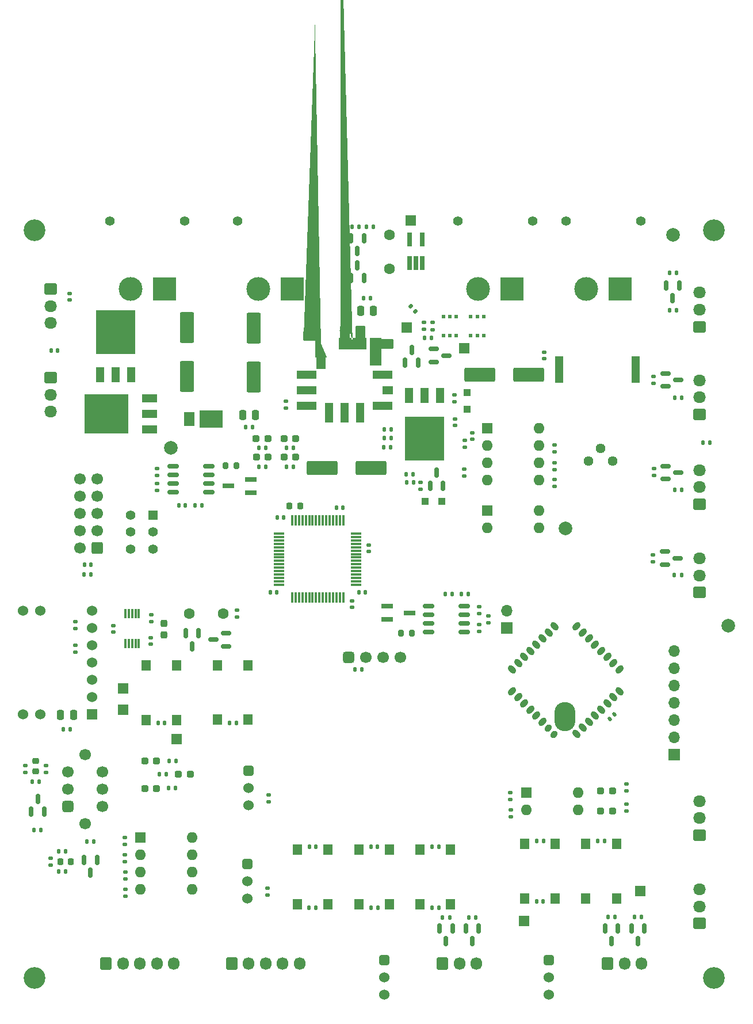
<source format=gbr>
%TF.GenerationSoftware,KiCad,Pcbnew,(6.0.11)*%
%TF.CreationDate,2023-12-12T02:53:40+09:00*%
%TF.ProjectId,Common_Control,436f6d6d-6f6e-45f4-936f-6e74726f6c2e,rev?*%
%TF.SameCoordinates,Original*%
%TF.FileFunction,Soldermask,Top*%
%TF.FilePolarity,Negative*%
%FSLAX46Y46*%
G04 Gerber Fmt 4.6, Leading zero omitted, Abs format (unit mm)*
G04 Created by KiCad (PCBNEW (6.0.11)) date 2023-12-12 02:53:40*
%MOMM*%
%LPD*%
G01*
G04 APERTURE LIST*
G04 Aperture macros list*
%AMRoundRect*
0 Rectangle with rounded corners*
0 $1 Rounding radius*
0 $2 $3 $4 $5 $6 $7 $8 $9 X,Y pos of 4 corners*
0 Add a 4 corners polygon primitive as box body*
4,1,4,$2,$3,$4,$5,$6,$7,$8,$9,$2,$3,0*
0 Add four circle primitives for the rounded corners*
1,1,$1+$1,$2,$3*
1,1,$1+$1,$4,$5*
1,1,$1+$1,$6,$7*
1,1,$1+$1,$8,$9*
0 Add four rect primitives between the rounded corners*
20,1,$1+$1,$2,$3,$4,$5,0*
20,1,$1+$1,$4,$5,$6,$7,0*
20,1,$1+$1,$6,$7,$8,$9,0*
20,1,$1+$1,$8,$9,$2,$3,0*%
%AMHorizOval*
0 Thick line with rounded ends*
0 $1 width*
0 $2 $3 position (X,Y) of the first rounded end (center of the circle)*
0 $4 $5 position (X,Y) of the second rounded end (center of the circle)*
0 Add line between two ends*
20,1,$1,$2,$3,$4,$5,0*
0 Add two circle primitives to create the rounded ends*
1,1,$1,$2,$3*
1,1,$1,$4,$5*%
%AMFreePoly0*
4,1,53,0.885000,-2.035000,0.700000,-2.035000,0.700000,-3.665000,0.695106,-3.680063,0.695106,-3.695902,0.685796,-3.708716,0.680902,-3.723779,0.668089,-3.733089,0.658779,-3.745902,0.643716,-3.750796,0.630902,-3.760106,0.615063,-3.760106,0.600000,-3.765000,-0.600000,-3.765000,-0.615063,-3.760106,-0.630902,-3.760106,-0.643716,-3.750796,-0.658779,-3.745902,-0.668089,-3.733089,-0.680902,-3.723779,
-0.685796,-3.708716,-0.695106,-3.695902,-0.695106,-3.680063,-0.700000,-3.665000,-0.700000,-2.035000,-0.885000,-2.035000,-0.885000,0.450000,-2.515000,0.450000,-2.530063,0.454894,-2.545902,0.454894,-2.558716,0.464204,-2.573779,0.469098,-2.583089,0.481911,-2.595902,0.491221,-2.600796,0.506284,-2.610106,0.519098,-2.610106,0.534937,-2.615000,0.550000,-2.615000,1.750000,-2.610106,1.765063,
-2.610106,1.780902,-2.600796,1.793716,-2.595902,1.808779,-2.583089,1.818089,-2.573779,1.830902,-2.558716,1.835796,-2.545902,1.845106,-2.530063,1.845106,-2.515000,1.850000,-0.885000,1.850000,-0.885000,2.035000,0.885000,2.035000,0.885000,-2.035000,0.885000,-2.035000,$1*%
%AMFreePoly1*
4,1,53,-0.534937,2.610106,-0.519098,2.610106,-0.506284,2.600796,-0.491221,2.595902,-0.481911,2.583089,-0.469098,2.573779,-0.464204,2.558716,-0.454894,2.545902,-0.454894,2.530063,-0.450000,2.515000,-0.450000,0.885000,0.450000,0.885000,0.450000,2.515000,0.454894,2.530063,0.454894,2.545902,0.464204,2.558716,0.469098,2.573779,0.481911,2.583089,0.491221,2.595902,0.506284,2.600796,
0.519098,2.610106,0.534937,2.610106,0.550000,2.615000,1.750000,2.615000,1.765063,2.610106,1.780902,2.610106,1.793716,2.600796,1.808779,2.595902,1.818089,2.583089,1.830902,2.573779,1.835796,2.558716,1.845106,2.545902,1.845106,2.530063,1.850000,2.515000,1.850000,0.885000,2.035000,0.885000,2.035000,-0.885000,-2.035000,-0.885000,-2.035000,0.885000,-1.850000,0.885000,
-1.850000,2.515000,-1.845106,2.530063,-1.845106,2.545902,-1.835796,2.558716,-1.830902,2.573779,-1.818089,2.583089,-1.808779,2.595902,-1.793716,2.600796,-1.780902,2.610106,-1.765063,2.610106,-1.750000,2.615000,-0.550000,2.615000,-0.534937,2.610106,-0.534937,2.610106,$1*%
%AMFreePoly2*
4,1,29,0.885000,1.850000,2.515000,1.850000,2.530063,1.845106,2.545902,1.845106,2.558716,1.835796,2.573779,1.830902,2.583089,1.818089,2.595902,1.808779,2.600796,1.793716,2.610106,1.780902,2.610106,1.765063,2.615000,1.750000,2.615000,0.550000,2.610106,0.534937,2.610106,0.519098,2.600796,0.506284,2.595902,0.491221,2.583089,0.481911,2.573779,0.469098,2.558716,0.464204,
2.545902,0.454894,2.530063,0.454894,2.515000,0.450000,0.885000,0.450000,0.885000,-2.035000,-0.885000,-2.035000,-0.885000,2.035000,0.885000,2.035000,0.885000,1.850000,0.885000,1.850000,$1*%
G04 Aperture macros list end*
%ADD10RoundRect,0.140000X0.140000X0.170000X-0.140000X0.170000X-0.140000X-0.170000X0.140000X-0.170000X0*%
%ADD11RoundRect,0.140000X-0.140000X-0.170000X0.140000X-0.170000X0.140000X0.170000X-0.140000X0.170000X0*%
%ADD12RoundRect,0.135000X-0.185000X0.135000X-0.185000X-0.135000X0.185000X-0.135000X0.185000X0.135000X0*%
%ADD13RoundRect,0.150000X-0.675000X-0.150000X0.675000X-0.150000X0.675000X0.150000X-0.675000X0.150000X0*%
%ADD14R,1.800000X0.800000*%
%ADD15R,1.500000X1.500000*%
%ADD16RoundRect,0.135000X0.135000X0.185000X-0.135000X0.185000X-0.135000X-0.185000X0.135000X-0.185000X0*%
%ADD17C,2.000000*%
%ADD18RoundRect,0.135000X-0.135000X-0.185000X0.135000X-0.185000X0.135000X0.185000X-0.135000X0.185000X0*%
%ADD19RoundRect,0.135000X0.185000X-0.135000X0.185000X0.135000X-0.185000X0.135000X-0.185000X-0.135000X0*%
%ADD20RoundRect,0.150000X0.150000X-0.587500X0.150000X0.587500X-0.150000X0.587500X-0.150000X-0.587500X0*%
%ADD21RoundRect,0.140000X-0.170000X0.140000X-0.170000X-0.140000X0.170000X-0.140000X0.170000X0.140000X0*%
%ADD22R,1.400000X1.600000*%
%ADD23RoundRect,0.150000X-0.150000X0.587500X-0.150000X-0.587500X0.150000X-0.587500X0.150000X0.587500X0*%
%ADD24R,0.650000X2.000000*%
%ADD25RoundRect,0.200000X-0.200000X-0.275000X0.200000X-0.275000X0.200000X0.275000X-0.200000X0.275000X0*%
%ADD26RoundRect,0.250000X-0.675000X0.600000X-0.675000X-0.600000X0.675000X-0.600000X0.675000X0.600000X0*%
%ADD27O,1.850000X1.700000*%
%ADD28RoundRect,0.425000X-0.425000X-0.425000X0.425000X-0.425000X0.425000X0.425000X-0.425000X0.425000X0*%
%ADD29C,1.700000*%
%ADD30C,1.400000*%
%ADD31R,3.500000X3.500000*%
%ADD32C,3.500000*%
%ADD33C,3.200000*%
%ADD34RoundRect,0.250000X0.675000X-0.600000X0.675000X0.600000X-0.675000X0.600000X-0.675000X-0.600000X0*%
%ADD35RoundRect,0.150000X0.587500X0.150000X-0.587500X0.150000X-0.587500X-0.150000X0.587500X-0.150000X0*%
%ADD36R,0.620000X0.575000*%
%ADD37RoundRect,0.381000X-0.381000X-0.381000X0.381000X-0.381000X0.381000X0.381000X-0.381000X0.381000X0*%
%ADD38C,1.524000*%
%ADD39RoundRect,0.250001X0.799999X-1.999999X0.799999X1.999999X-0.799999X1.999999X-0.799999X-1.999999X0*%
%ADD40RoundRect,0.150000X-0.587500X-0.150000X0.587500X-0.150000X0.587500X0.150000X-0.587500X0.150000X0*%
%ADD41R,1.000000X1.000000*%
%ADD42RoundRect,0.250000X-0.600000X-0.675000X0.600000X-0.675000X0.600000X0.675000X-0.600000X0.675000X0*%
%ADD43O,1.700000X1.850000*%
%ADD44RoundRect,0.140000X0.170000X-0.140000X0.170000X0.140000X-0.170000X0.140000X-0.170000X-0.140000X0*%
%ADD45RoundRect,0.250001X-1.999999X-0.799999X1.999999X-0.799999X1.999999X0.799999X-1.999999X0.799999X0*%
%ADD46C,1.600000*%
%ADD47RoundRect,0.237500X-0.287500X-0.237500X0.287500X-0.237500X0.287500X0.237500X-0.287500X0.237500X0*%
%ADD48RoundRect,0.225000X0.250000X-0.225000X0.250000X0.225000X-0.250000X0.225000X-0.250000X-0.225000X0*%
%ADD49R,1.700000X1.700000*%
%ADD50O,1.700000X1.700000*%
%ADD51RoundRect,0.237500X0.287500X0.237500X-0.287500X0.237500X-0.287500X-0.237500X0.287500X-0.237500X0*%
%ADD52R,0.300000X1.400000*%
%ADD53RoundRect,0.200000X0.200000X0.275000X-0.200000X0.275000X-0.200000X-0.275000X0.200000X-0.275000X0*%
%ADD54RoundRect,0.425000X0.425000X0.425000X-0.425000X0.425000X-0.425000X-0.425000X0.425000X-0.425000X0*%
%ADD55RoundRect,0.250000X-0.250000X-0.475000X0.250000X-0.475000X0.250000X0.475000X-0.250000X0.475000X0*%
%ADD56R,3.000000X1.200000*%
%ADD57FreePoly0,270.000000*%
%ADD58FreePoly1,0.000000*%
%ADD59FreePoly2,0.000000*%
%ADD60R,1.200000X3.000000*%
%ADD61R,1.500000X1.200000*%
%ADD62R,1.400000X1.400000*%
%ADD63R,1.200000X2.200000*%
%ADD64R,5.800000X6.400000*%
%ADD65RoundRect,0.237500X0.237500X-0.287500X0.237500X0.287500X-0.237500X0.287500X-0.237500X-0.287500X0*%
%ADD66RoundRect,0.250000X0.600000X0.600000X-0.600000X0.600000X-0.600000X-0.600000X0.600000X-0.600000X0*%
%ADD67RoundRect,0.225000X-0.225000X-0.250000X0.225000X-0.250000X0.225000X0.250000X-0.225000X0.250000X0*%
%ADD68O,3.100000X4.300000*%
%ADD69HorizOval,0.900000X-0.176777X0.176777X0.176777X-0.176777X0*%
%ADD70HorizOval,0.900000X0.176777X0.176777X-0.176777X-0.176777X0*%
%ADD71HorizOval,0.900000X0.106066X0.106066X-0.106066X-0.106066X0*%
%ADD72R,1.600000X1.600000*%
%ADD73O,1.600000X1.600000*%
%ADD74R,2.200000X1.200000*%
%ADD75R,6.400000X5.800000*%
%ADD76RoundRect,0.150000X0.675000X0.150000X-0.675000X0.150000X-0.675000X-0.150000X0.675000X-0.150000X0*%
%ADD77RoundRect,0.250000X0.250000X0.475000X-0.250000X0.475000X-0.250000X-0.475000X0.250000X-0.475000X0*%
%ADD78RoundRect,0.250001X1.999999X0.799999X-1.999999X0.799999X-1.999999X-0.799999X1.999999X-0.799999X0*%
%ADD79R,1.200000X4.000000*%
%ADD80RoundRect,0.075000X0.700000X0.075000X-0.700000X0.075000X-0.700000X-0.075000X0.700000X-0.075000X0*%
%ADD81RoundRect,0.075000X0.075000X0.700000X-0.075000X0.700000X-0.075000X-0.700000X0.075000X-0.700000X0*%
%ADD82R,1.524000X1.524000*%
%ADD83C,1.440000*%
%ADD84RoundRect,0.135000X-0.226274X-0.035355X-0.035355X-0.226274X0.226274X0.035355X0.035355X0.226274X0*%
%ADD85R,3.400000X2.600000*%
%ADD86R,1.500000X2.000000*%
%ADD87RoundRect,0.140000X-0.021213X0.219203X-0.219203X0.021213X0.021213X-0.219203X0.219203X-0.021213X0*%
G04 APERTURE END LIST*
D10*
%TO.C,C19*%
X113840000Y-110592500D03*
X112880000Y-110592500D03*
%TD*%
D11*
%TO.C,C32*%
X157560000Y-91590000D03*
X158520000Y-91590000D03*
%TD*%
D12*
%TO.C,R35*%
X129162500Y-121179000D03*
X129162500Y-122199000D03*
%TD*%
D13*
%TO.C,U8*%
X152725000Y-93375000D03*
X152725000Y-94645000D03*
X152725000Y-95915000D03*
X152725000Y-97185000D03*
X157975000Y-97185000D03*
X157975000Y-95915000D03*
X157975000Y-94645000D03*
X157975000Y-93375000D03*
%TD*%
D14*
%TO.C,Q28*%
X146590000Y-93400000D03*
X146590000Y-95300000D03*
X149890000Y-94350000D03*
%TD*%
D15*
%TO.C,H5*%
X115610000Y-112920000D03*
%TD*%
%TO.C,H9*%
X150080000Y-36610000D03*
%TD*%
D16*
%TO.C,R74*%
X184060000Y-139130000D03*
X183040000Y-139130000D03*
%TD*%
%TO.C,R58*%
X132810000Y-72850000D03*
X131790000Y-72850000D03*
%TD*%
D11*
%TO.C,C33*%
X115960000Y-78540001D03*
X116920000Y-78540001D03*
%TD*%
D12*
%TO.C,R24*%
X131700000Y-63220000D03*
X131700000Y-64240000D03*
%TD*%
D17*
%TO.C,TP3*%
X196800000Y-96260000D03*
%TD*%
D18*
%TO.C,R64*%
X188200000Y-44370000D03*
X189220000Y-44370000D03*
%TD*%
D19*
%TO.C,R22*%
X156510000Y-63330000D03*
X156510000Y-62310000D03*
%TD*%
D10*
%TO.C,C5*%
X103000000Y-87300000D03*
X102040000Y-87300000D03*
%TD*%
D19*
%TO.C,R42*%
X108040000Y-128420000D03*
X108040000Y-127400000D03*
%TD*%
D20*
%TO.C,Q17*%
X152960000Y-75637500D03*
X154860000Y-75637500D03*
X153910000Y-73762500D03*
%TD*%
D21*
%TO.C,C16*%
X141430000Y-92590000D03*
X141430000Y-93550000D03*
%TD*%
D22*
%TO.C,SW2*%
X166860000Y-128362500D03*
X166860000Y-136362500D03*
X171360000Y-128362500D03*
X171360000Y-136362500D03*
%TD*%
D23*
%TO.C,Q15*%
X118840000Y-97382500D03*
X116940000Y-97382500D03*
X117890000Y-99257500D03*
%TD*%
D18*
%TO.C,R70*%
X188977500Y-76230000D03*
X189997500Y-76230000D03*
%TD*%
D12*
%TO.C,R84*%
X161530000Y-94770000D03*
X161530000Y-95790000D03*
%TD*%
D15*
%TO.C,H8*%
X157970000Y-55430000D03*
%TD*%
D16*
%TO.C,R57*%
X132810000Y-70090000D03*
X131790000Y-70090000D03*
%TD*%
D19*
%TO.C,R18*%
X153290000Y-52690000D03*
X153290000Y-51670000D03*
%TD*%
D20*
%TO.C,Q11*%
X149260000Y-57547500D03*
X151160000Y-57547500D03*
X150210000Y-55672500D03*
%TD*%
D18*
%TO.C,R78*%
X155140000Y-91590000D03*
X156160000Y-91590000D03*
%TD*%
D24*
%TO.C,U3*%
X149900000Y-42870000D03*
X150850000Y-42870000D03*
X151800000Y-42870000D03*
X151800000Y-39450000D03*
X149900000Y-39450000D03*
%TD*%
D18*
%TO.C,R38*%
X153200000Y-137760000D03*
X154220000Y-137760000D03*
%TD*%
D11*
%TO.C,C11*%
X135160000Y-128730000D03*
X136120000Y-128730000D03*
%TD*%
D25*
%TO.C,R76*%
X148635000Y-97350000D03*
X150285000Y-97350000D03*
%TD*%
D26*
%TO.C,J20*%
X97100000Y-46720000D03*
D27*
X97100000Y-49220000D03*
X97100000Y-51720000D03*
%TD*%
D23*
%TO.C,Q5*%
X103900000Y-130692500D03*
X102000000Y-130692500D03*
X102950000Y-132567500D03*
%TD*%
D16*
%TO.C,R41*%
X124420000Y-110525000D03*
X123400000Y-110525000D03*
%TD*%
D12*
%TO.C,R36*%
X128982500Y-134849000D03*
X128982500Y-135869000D03*
%TD*%
D19*
%TO.C,R67*%
X185710000Y-86830000D03*
X185710000Y-85810000D03*
%TD*%
%TO.C,R82*%
X112719999Y-76350001D03*
X112719999Y-75330001D03*
%TD*%
%TO.C,R59*%
X171270000Y-73270000D03*
X171270000Y-72250000D03*
%TD*%
D28*
%TO.C,U7*%
X140930000Y-100925000D03*
D29*
X143470000Y-100925000D03*
X146010000Y-100925000D03*
X148550000Y-100925000D03*
%TD*%
D18*
%TO.C,R3*%
X94660000Y-126320000D03*
X95680000Y-126320000D03*
%TD*%
D30*
%TO.C,J5*%
X172940000Y-36735000D03*
X183940000Y-36735000D03*
D31*
X180940000Y-46735000D03*
D32*
X175940000Y-46735000D03*
%TD*%
D33*
%TO.C,H16*%
X94740000Y-38060000D03*
%TD*%
D18*
%TO.C,R34*%
X143560000Y-37570000D03*
X144580000Y-37570000D03*
%TD*%
D19*
%TO.C,R60*%
X171270000Y-75800000D03*
X171270000Y-74780000D03*
%TD*%
D15*
%TO.C,H1*%
X166730000Y-139710000D03*
%TD*%
D34*
%TO.C,J19*%
X192590000Y-127060000D03*
D27*
X192590000Y-124560000D03*
X192590000Y-122060000D03*
%TD*%
D35*
%TO.C,Q18*%
X122877500Y-99260000D03*
X122877500Y-97360000D03*
X121002500Y-98310000D03*
%TD*%
D19*
%TO.C,R65*%
X185810000Y-60590000D03*
X185810000Y-59570000D03*
%TD*%
D10*
%TO.C,C35*%
X98110000Y-55800000D03*
X97150000Y-55800000D03*
%TD*%
D16*
%TO.C,R15*%
X99279999Y-132420000D03*
X98259999Y-132420000D03*
%TD*%
D36*
%TO.C,Q6*%
X154910000Y-53568000D03*
X155860000Y-53568000D03*
X156810000Y-53568000D03*
X156810000Y-50792000D03*
X155860000Y-50792000D03*
X154910000Y-50792000D03*
%TD*%
D18*
%TO.C,R43*%
X114480000Y-116160000D03*
X115500000Y-116160000D03*
%TD*%
D37*
%TO.C,SW16*%
X170440000Y-145410000D03*
D38*
X170440000Y-147950000D03*
X170440000Y-150490000D03*
%TD*%
D22*
%TO.C,SW11*%
X126160000Y-102065000D03*
X126160000Y-110065000D03*
X121660000Y-102065000D03*
X121660000Y-110065000D03*
%TD*%
D12*
%TO.C,R5*%
X100730000Y-95650000D03*
X100730000Y-96670000D03*
%TD*%
D21*
%TO.C,C13*%
X169690000Y-56040000D03*
X169690000Y-57000000D03*
%TD*%
D39*
%TO.C,C26*%
X117140000Y-59630000D03*
X117140000Y-52430000D03*
%TD*%
D16*
%TO.C,R73*%
X155800000Y-139200000D03*
X154780000Y-139200000D03*
%TD*%
D40*
%TO.C,Q8*%
X153452500Y-55552499D03*
X153452500Y-57452499D03*
X155327500Y-56502499D03*
%TD*%
D19*
%TO.C,R46*%
X108040000Y-130950000D03*
X108040000Y-129930000D03*
%TD*%
D41*
%TO.C,D11*%
X158360000Y-61940000D03*
X158360000Y-64440000D03*
%TD*%
D42*
%TO.C,J17*%
X179050000Y-145910000D03*
D43*
X181550000Y-145910000D03*
X184050000Y-145910000D03*
%TD*%
D19*
%TO.C,R6*%
X100720000Y-100180000D03*
X100720000Y-99160000D03*
%TD*%
D44*
%TO.C,C30*%
X159160000Y-68850000D03*
X159160000Y-67890000D03*
%TD*%
D11*
%TO.C,C21*%
X139170000Y-78900000D03*
X140130000Y-78900000D03*
%TD*%
D22*
%TO.C,SW3*%
X180360000Y-136362500D03*
X180360000Y-128362500D03*
X175860000Y-128362500D03*
X175860000Y-136362500D03*
%TD*%
D45*
%TO.C,C28*%
X160280000Y-59300000D03*
X167480000Y-59300000D03*
%TD*%
D18*
%TO.C,R55*%
X127710000Y-70110000D03*
X128730000Y-70110000D03*
%TD*%
D36*
%TO.C,Q2*%
X160820000Y-50782000D03*
X159870000Y-50782000D03*
X158920000Y-50782000D03*
X158920000Y-53558000D03*
X159870000Y-53558000D03*
X160820000Y-53558000D03*
%TD*%
D30*
%TO.C,J2*%
X116820000Y-36735000D03*
X105820000Y-36735000D03*
D31*
X113820000Y-46735000D03*
D32*
X108820000Y-46735000D03*
%TD*%
D37*
%TO.C,SW7*%
X126220000Y-117610000D03*
D38*
X126220000Y-120150000D03*
X126220000Y-122690000D03*
%TD*%
D11*
%TO.C,C15*%
X153230000Y-128730000D03*
X154190000Y-128730000D03*
%TD*%
D18*
%TO.C,R52*%
X149450000Y-75170000D03*
X150470000Y-75170000D03*
%TD*%
D46*
%TO.C,C14*%
X146940000Y-43780000D03*
X146940000Y-38780000D03*
%TD*%
D22*
%TO.C,SW10*%
X155960000Y-137210000D03*
X155960000Y-129210000D03*
X151460000Y-129210000D03*
X151460000Y-137210000D03*
%TD*%
D21*
%TO.C,C18*%
X143940000Y-84360000D03*
X143940000Y-85320000D03*
%TD*%
D18*
%TO.C,R37*%
X141430000Y-37590000D03*
X142450000Y-37590000D03*
%TD*%
D44*
%TO.C,C34*%
X99840000Y-48360000D03*
X99840000Y-47400000D03*
%TD*%
D19*
%TO.C,R63*%
X171270000Y-70720000D03*
X171270000Y-69700000D03*
%TD*%
D18*
%TO.C,R2*%
X177610000Y-127942500D03*
X178630000Y-127942500D03*
%TD*%
D22*
%TO.C,SW12*%
X115620000Y-110102500D03*
X115620000Y-102102500D03*
X111120000Y-110102500D03*
X111120000Y-102102500D03*
%TD*%
D19*
%TO.C,R12*%
X164770000Y-121790000D03*
X164770000Y-120770000D03*
%TD*%
D18*
%TO.C,R45*%
X114470000Y-120160000D03*
X115490000Y-120160000D03*
%TD*%
D23*
%TO.C,Q27*%
X180560000Y-140792500D03*
X178660000Y-140792500D03*
X179610000Y-142667500D03*
%TD*%
D47*
%TO.C,D19*%
X131437500Y-71460000D03*
X133187500Y-71460000D03*
%TD*%
D19*
%TO.C,R10*%
X96440000Y-117820000D03*
X96440000Y-116800000D03*
%TD*%
D48*
%TO.C,C6*%
X94890000Y-117705000D03*
X94890000Y-116155000D03*
%TD*%
D49*
%TO.C,JP1*%
X164200000Y-96565000D03*
D50*
X164200000Y-94025000D03*
%TD*%
D51*
%TO.C,D13*%
X117630000Y-118100000D03*
X115880000Y-118100000D03*
%TD*%
D11*
%TO.C,C20*%
X129390000Y-91360000D03*
X130350000Y-91360000D03*
%TD*%
D15*
%TO.C,H3*%
X107730000Y-105470000D03*
%TD*%
D22*
%TO.C,SW6*%
X137860000Y-137210000D03*
X137860000Y-129210000D03*
X133360000Y-129210000D03*
X133360000Y-137210000D03*
%TD*%
D18*
%TO.C,R68*%
X188170000Y-49850000D03*
X189190000Y-49850000D03*
%TD*%
D52*
%TO.C,U1*%
X108070000Y-98840000D03*
X108570000Y-98840000D03*
X109070000Y-98840000D03*
X109570000Y-98840000D03*
X110070000Y-98840000D03*
X110070000Y-94440000D03*
X109570000Y-94440000D03*
X109070000Y-94440000D03*
X108570000Y-94440000D03*
X108070000Y-94440000D03*
%TD*%
D53*
%TO.C,R77*%
X124465000Y-72690001D03*
X122815000Y-72690001D03*
%TD*%
D39*
%TO.C,C27*%
X126940000Y-59680000D03*
X126940000Y-52480000D03*
%TD*%
D23*
%TO.C,Q20*%
X189580000Y-46192500D03*
X187680000Y-46192500D03*
X188630000Y-48067500D03*
%TD*%
D17*
%TO.C,TP1*%
X114760000Y-70100000D03*
%TD*%
D34*
%TO.C,J9*%
X192590000Y-65170000D03*
D27*
X192590000Y-62670000D03*
X192590000Y-60170000D03*
%TD*%
D42*
%TO.C,J22*%
X105240000Y-145910000D03*
D43*
X107740000Y-145910000D03*
X110240000Y-145910000D03*
X112740000Y-145910000D03*
X115240000Y-145910000D03*
%TD*%
D18*
%TO.C,R69*%
X188930000Y-62700000D03*
X189950000Y-62700000D03*
%TD*%
D40*
%TO.C,Q21*%
X187560000Y-59160000D03*
X187560000Y-61060000D03*
X189435000Y-60110000D03*
%TD*%
D29*
%TO.C,SW1*%
X102170000Y-125410000D03*
X102170000Y-115250000D03*
D54*
X99630000Y-122870000D03*
D29*
X99630000Y-120330000D03*
X99630000Y-117790000D03*
X104710000Y-122870000D03*
X104710000Y-120330000D03*
X104710000Y-117790000D03*
%TD*%
D34*
%TO.C,J10*%
X192590000Y-78350000D03*
D27*
X192590000Y-75850000D03*
X192590000Y-73350000D03*
%TD*%
D55*
%TO.C,C2*%
X98530000Y-109400000D03*
X100430000Y-109400000D03*
%TD*%
D16*
%TO.C,R79*%
X119370000Y-78520001D03*
X118350000Y-78520001D03*
%TD*%
D56*
%TO.C,MD1*%
X134745000Y-59350000D03*
D57*
X136910000Y-54765000D03*
D58*
X141490000Y-54765000D03*
D59*
X144930000Y-55915000D03*
D56*
X145945000Y-59350000D03*
X145945000Y-63930000D03*
D60*
X140345000Y-64950000D03*
X138055000Y-64950000D03*
D56*
X134745000Y-63930000D03*
X134745000Y-61640000D03*
D61*
X146695000Y-61640000D03*
D60*
X142635000Y-64950000D03*
%TD*%
D23*
%TO.C,Q24*%
X160100000Y-140812500D03*
X158200000Y-140812500D03*
X159150000Y-142687500D03*
%TD*%
D62*
%TO.C,SW5*%
X112180000Y-79972500D03*
D30*
X112180000Y-82472500D03*
X112180000Y-84972500D03*
X108880000Y-79972500D03*
X108880000Y-82472500D03*
X108880000Y-84972500D03*
%TD*%
D63*
%TO.C,Q1*%
X104380000Y-59360000D03*
D64*
X106660000Y-53060000D03*
D63*
X106660000Y-59360000D03*
X108940000Y-59360000D03*
%TD*%
D47*
%TO.C,D5*%
X178042428Y-120547700D03*
X179792428Y-120547700D03*
%TD*%
D65*
%TO.C,D1*%
X113760000Y-97622500D03*
X113760000Y-95872500D03*
%TD*%
D34*
%TO.C,J18*%
X192590000Y-140060000D03*
D27*
X192590000Y-137560000D03*
X192590000Y-135060000D03*
%TD*%
D66*
%TO.C,J7*%
X103937500Y-84850000D03*
D29*
X101397500Y-84850000D03*
X103937500Y-82310000D03*
X101397500Y-82310000D03*
X103937500Y-79770000D03*
X101397500Y-79770000D03*
X103937500Y-77230000D03*
X101397500Y-77230000D03*
X103937500Y-74690000D03*
X101397500Y-74690000D03*
%TD*%
D67*
%TO.C,C7*%
X98504999Y-130940000D03*
X100054999Y-130940000D03*
%TD*%
D40*
%TO.C,Q23*%
X187512500Y-85360000D03*
X187512500Y-87260000D03*
X189387500Y-86310000D03*
%TD*%
D21*
%TO.C,C4*%
X106300000Y-96230000D03*
X106300000Y-97190000D03*
%TD*%
D68*
%TO.C,U2*%
X172746007Y-109636712D03*
D69*
X174506703Y-112168154D03*
X175404728Y-111270128D03*
X176302754Y-110372103D03*
X177200779Y-109474077D03*
X178098805Y-108576051D03*
X178996831Y-107678026D03*
X179894856Y-106780000D03*
X180792882Y-105881975D03*
D70*
X180792882Y-102643425D03*
X179894856Y-101745400D03*
X178996831Y-100847374D03*
X178098805Y-99949349D03*
X177200779Y-99051323D03*
X176302754Y-98153297D03*
X175404728Y-97255272D03*
X174506703Y-96357246D03*
D69*
X171268153Y-96357246D03*
X170370128Y-97255272D03*
X169472102Y-98153297D03*
X168574077Y-99051323D03*
X167676051Y-99949349D03*
X166778025Y-100847374D03*
X165880000Y-101745400D03*
X164981974Y-102643425D03*
D70*
X164981974Y-105881975D03*
X165880000Y-106780000D03*
X166778025Y-107678026D03*
X167676051Y-108576051D03*
X168574077Y-109474077D03*
X169472102Y-110372103D03*
D71*
X170299417Y-111340839D03*
X171197443Y-112238864D03*
%TD*%
D49*
%TO.C,J1*%
X188840000Y-115210000D03*
D50*
X188840000Y-112670000D03*
X188840000Y-110130000D03*
X188840000Y-107590000D03*
X188840000Y-105050000D03*
X188840000Y-102510000D03*
X188840000Y-99970000D03*
%TD*%
D72*
%TO.C,U6*%
X161350000Y-67170000D03*
D73*
X161350000Y-69710000D03*
X161350000Y-72250000D03*
X161350000Y-74790000D03*
X168970000Y-74790000D03*
X168970000Y-72250000D03*
X168970000Y-69710000D03*
X168970000Y-67170000D03*
%TD*%
D21*
%TO.C,C3*%
X111850000Y-98010000D03*
X111850000Y-98970000D03*
%TD*%
D37*
%TO.C,SW15*%
X146170000Y-145410000D03*
D38*
X146170000Y-147950000D03*
X146170000Y-150490000D03*
%TD*%
D67*
%TO.C,C24*%
X132235000Y-78600000D03*
X133785000Y-78600000D03*
%TD*%
D23*
%TO.C,Q26*%
X184490000Y-140792500D03*
X182590000Y-140792500D03*
X183540000Y-142667500D03*
%TD*%
D16*
%TO.C,R75*%
X180110000Y-139120000D03*
X179090000Y-139120000D03*
%TD*%
D74*
%TO.C,Q4*%
X111610000Y-67340000D03*
X111610000Y-65060000D03*
D75*
X105310000Y-65060000D03*
D74*
X111610000Y-62780000D03*
%TD*%
D19*
%TO.C,R21*%
X181807428Y-123542700D03*
X181807428Y-122522700D03*
%TD*%
D34*
%TO.C,J11*%
X192590000Y-91360000D03*
D27*
X192590000Y-88860000D03*
X192590000Y-86360000D03*
%TD*%
D76*
%TO.C,U9*%
X120385000Y-76645001D03*
X120385000Y-75375001D03*
X120385000Y-74105001D03*
X120385000Y-72835001D03*
X115135000Y-72835001D03*
X115135000Y-74105001D03*
X115135000Y-75375001D03*
X115135000Y-76645001D03*
%TD*%
D16*
%TO.C,R72*%
X159660000Y-139210000D03*
X158640000Y-139210000D03*
%TD*%
%TO.C,R8*%
X95420000Y-119180000D03*
X94400000Y-119180000D03*
%TD*%
D23*
%TO.C,Q25*%
X156220000Y-140812500D03*
X154320000Y-140812500D03*
X155270000Y-142687500D03*
%TD*%
D11*
%TO.C,C12*%
X144240000Y-128740000D03*
X145200000Y-128740000D03*
%TD*%
D42*
%TO.C,J16*%
X154740000Y-145910000D03*
D43*
X157240000Y-145910000D03*
X159740000Y-145910000D03*
%TD*%
D47*
%TO.C,D6*%
X178042428Y-123547700D03*
X179792428Y-123547700D03*
%TD*%
D19*
%TO.C,R53*%
X151540000Y-76210000D03*
X151540000Y-75190000D03*
%TD*%
D77*
%TO.C,C10*%
X144600000Y-49950000D03*
X142700000Y-49950000D03*
%TD*%
D18*
%TO.C,R19*%
X125740001Y-67060000D03*
X126760001Y-67060000D03*
%TD*%
D72*
%TO.C,SW4*%
X167117428Y-120772700D03*
D73*
X167117428Y-123312700D03*
X174737428Y-123312700D03*
X174737428Y-120772700D03*
%TD*%
D78*
%TO.C,C29*%
X144210000Y-73030000D03*
X137010000Y-73030000D03*
%TD*%
D19*
%TO.C,R80*%
X160150000Y-97080000D03*
X160150000Y-96060000D03*
%TD*%
D17*
%TO.C,TP5*%
X188700000Y-38780000D03*
%TD*%
D72*
%TO.C,SW14*%
X161310000Y-79335000D03*
D73*
X161310000Y-81875000D03*
X168930000Y-81875000D03*
X168930000Y-79335000D03*
%TD*%
D19*
%TO.C,R7*%
X111870000Y-95650000D03*
X111870000Y-94630000D03*
%TD*%
D30*
%TO.C,J4*%
X167990000Y-36735000D03*
X156990000Y-36735000D03*
D31*
X164990000Y-46735000D03*
D32*
X159990000Y-46735000D03*
%TD*%
D79*
%TO.C,LS1*%
X183160000Y-58550000D03*
X171960000Y-58550000D03*
%TD*%
D18*
%TO.C,R40*%
X149440000Y-73970000D03*
X150460000Y-73970000D03*
%TD*%
D12*
%TO.C,R50*%
X157940000Y-73200000D03*
X157940000Y-74220000D03*
%TD*%
D18*
%TO.C,R71*%
X188900000Y-88840000D03*
X189920000Y-88840000D03*
%TD*%
D80*
%TO.C,U5*%
X142065000Y-90210000D03*
X142065000Y-89710000D03*
X142065000Y-89210000D03*
X142065000Y-88710000D03*
X142065000Y-88210000D03*
X142065000Y-87710000D03*
X142065000Y-87210000D03*
X142065000Y-86710000D03*
X142065000Y-86210000D03*
X142065000Y-85710000D03*
X142065000Y-85210000D03*
X142065000Y-84710000D03*
X142065000Y-84210000D03*
X142065000Y-83710000D03*
X142065000Y-83210000D03*
X142065000Y-82710000D03*
D81*
X140140000Y-80785000D03*
X139640000Y-80785000D03*
X139140000Y-80785000D03*
X138640000Y-80785000D03*
X138140000Y-80785000D03*
X137640000Y-80785000D03*
X137140000Y-80785000D03*
X136640000Y-80785000D03*
X136140000Y-80785000D03*
X135640000Y-80785000D03*
X135140000Y-80785000D03*
X134640000Y-80785000D03*
X134140000Y-80785000D03*
X133640000Y-80785000D03*
X133140000Y-80785000D03*
X132640000Y-80785000D03*
D80*
X130715000Y-82710000D03*
X130715000Y-83210000D03*
X130715000Y-83710000D03*
X130715000Y-84210000D03*
X130715000Y-84710000D03*
X130715000Y-85210000D03*
X130715000Y-85710000D03*
X130715000Y-86210000D03*
X130715000Y-86710000D03*
X130715000Y-87210000D03*
X130715000Y-87710000D03*
X130715000Y-88210000D03*
X130715000Y-88710000D03*
X130715000Y-89210000D03*
X130715000Y-89710000D03*
X130715000Y-90210000D03*
D81*
X132640000Y-92135000D03*
X133140000Y-92135000D03*
X133640000Y-92135000D03*
X134140000Y-92135000D03*
X134640000Y-92135000D03*
X135140000Y-92135000D03*
X135640000Y-92135000D03*
X136140000Y-92135000D03*
X136640000Y-92135000D03*
X137140000Y-92135000D03*
X137640000Y-92135000D03*
X138140000Y-92135000D03*
X138640000Y-92135000D03*
X139140000Y-92135000D03*
X139640000Y-92135000D03*
X140140000Y-92135000D03*
%TD*%
D30*
%TO.C,J3*%
X124610000Y-36735000D03*
X135610000Y-36735000D03*
D31*
X132610000Y-46735000D03*
D32*
X127610000Y-46735000D03*
%TD*%
D26*
%TO.C,J21*%
X97070000Y-59790000D03*
D27*
X97070000Y-62290000D03*
X97070000Y-64790000D03*
%TD*%
D18*
%TO.C,R26*%
X146160000Y-68690000D03*
X147180000Y-68690000D03*
%TD*%
D41*
%TO.C,D15*%
X154660000Y-77960000D03*
X152160000Y-77960000D03*
%TD*%
D19*
%TO.C,R81*%
X160140000Y-94510000D03*
X160140000Y-93490000D03*
%TD*%
D47*
%TO.C,D12*%
X110947500Y-116170000D03*
X112697500Y-116170000D03*
%TD*%
D12*
%TO.C,R29*%
X152010000Y-51660000D03*
X152010000Y-52680000D03*
%TD*%
D63*
%TO.C,U4*%
X154410000Y-62410000D03*
X152130000Y-62410000D03*
D64*
X152130000Y-68710000D03*
D63*
X149850000Y-62410000D03*
%TD*%
D18*
%TO.C,R31*%
X135100000Y-137730000D03*
X136120000Y-137730000D03*
%TD*%
D34*
%TO.C,J8*%
X192590000Y-52270000D03*
D27*
X192590000Y-49770000D03*
X192590000Y-47270000D03*
%TD*%
D12*
%TO.C,R51*%
X124530000Y-93930000D03*
X124530000Y-94950000D03*
%TD*%
D11*
%TO.C,C25*%
X142470000Y-91380000D03*
X143430000Y-91380000D03*
%TD*%
D19*
%TO.C,R14*%
X164780000Y-124340000D03*
X164780000Y-123320000D03*
%TD*%
D18*
%TO.C,R32*%
X98970000Y-111470000D03*
X99990000Y-111470000D03*
%TD*%
D22*
%TO.C,SW9*%
X146960000Y-129210000D03*
X146960000Y-137210000D03*
X142460000Y-137210000D03*
X142460000Y-129210000D03*
%TD*%
D18*
%TO.C,R28*%
X143120000Y-48050000D03*
X144140000Y-48050000D03*
%TD*%
D19*
%TO.C,R83*%
X112740000Y-74140000D03*
X112740000Y-73120000D03*
%TD*%
D20*
%TO.C,Q3*%
X94230000Y-123637500D03*
X96130000Y-123637500D03*
X95180000Y-121762500D03*
%TD*%
D16*
%TO.C,R44*%
X114080000Y-118100000D03*
X113060000Y-118100000D03*
%TD*%
D40*
%TO.C,Q22*%
X187580000Y-72760000D03*
X187580000Y-74660000D03*
X189455000Y-73710000D03*
%TD*%
D44*
%TO.C,C17*%
X156600000Y-66780000D03*
X156600000Y-65820000D03*
%TD*%
D15*
%TO.C,H7*%
X149470000Y-52380000D03*
%TD*%
D18*
%TO.C,R25*%
X146160000Y-67340000D03*
X147180000Y-67340000D03*
%TD*%
D72*
%TO.C,SW13*%
X110330000Y-127390000D03*
D73*
X110330000Y-129930000D03*
X110330000Y-132470000D03*
X110330000Y-135010000D03*
X117950000Y-135010000D03*
X117950000Y-132470000D03*
X117950000Y-129930000D03*
X117950000Y-127390000D03*
%TD*%
D19*
%TO.C,R48*%
X108050000Y-133490000D03*
X108050000Y-132470000D03*
%TD*%
D38*
%TO.C,J6*%
X103190000Y-101705000D03*
X103190000Y-94085000D03*
D82*
X103190000Y-109325000D03*
D38*
X103190000Y-99165000D03*
X103190000Y-104245000D03*
X103190000Y-106785000D03*
X103190000Y-96625000D03*
X93030000Y-109325000D03*
X93030000Y-94085000D03*
X95570000Y-109325000D03*
X95570000Y-94085000D03*
%TD*%
D18*
%TO.C,R27*%
X146140000Y-70010000D03*
X147160000Y-70010000D03*
%TD*%
D83*
%TO.C,RV1*%
X176203950Y-72005000D03*
X178000000Y-70208950D03*
X179796050Y-72005000D03*
%TD*%
D16*
%TO.C,R4*%
X103460000Y-128020000D03*
X102440000Y-128020000D03*
%TD*%
D33*
%TO.C,H17*%
X194740000Y-148060000D03*
%TD*%
D20*
%TO.C,Q14*%
X141290000Y-45127500D03*
X143190000Y-45127500D03*
X142240000Y-43252500D03*
%TD*%
D18*
%TO.C,R47*%
X102010000Y-88700000D03*
X103030000Y-88700000D03*
%TD*%
%TO.C,R33*%
X144240000Y-137730000D03*
X145260000Y-137730000D03*
%TD*%
D84*
%TO.C,R30*%
X150049376Y-49299376D03*
X150770624Y-50020624D03*
%TD*%
D33*
%TO.C,H15*%
X94740000Y-148060000D03*
%TD*%
D19*
%TO.C,R20*%
X181827428Y-120562700D03*
X181827428Y-119542700D03*
%TD*%
D12*
%TO.C,R13*%
X93360000Y-116800000D03*
X93360000Y-117820000D03*
%TD*%
%TO.C,R9*%
X97040000Y-130490000D03*
X97040000Y-131510000D03*
%TD*%
D51*
%TO.C,D17*%
X129107438Y-71450000D03*
X127357438Y-71450000D03*
%TD*%
D18*
%TO.C,R23*%
X152150000Y-53950000D03*
X153170000Y-53950000D03*
%TD*%
%TO.C,R11*%
X98289999Y-129450000D03*
X99309999Y-129450000D03*
%TD*%
D14*
%TO.C,Q29*%
X126570000Y-76650001D03*
X126570000Y-74750001D03*
X123270000Y-75700001D03*
%TD*%
D42*
%TO.C,J23*%
X123740000Y-145910000D03*
D43*
X126240000Y-145910000D03*
X128740000Y-145910000D03*
X131240000Y-145910000D03*
X133740000Y-145910000D03*
%TD*%
D16*
%TO.C,R1*%
X169610000Y-127952500D03*
X168590000Y-127952500D03*
%TD*%
D37*
%TO.C,SW8*%
X126070000Y-131288000D03*
D38*
X126070000Y-133828000D03*
X126070000Y-136368000D03*
%TD*%
D85*
%TO.C,D4*%
X120730000Y-65860000D03*
D86*
X117510000Y-65860000D03*
%TD*%
D17*
%TO.C,TP4*%
X172820000Y-81900000D03*
%TD*%
D51*
%TO.C,D16*%
X129070000Y-68750000D03*
X127320000Y-68750000D03*
%TD*%
D33*
%TO.C,H14*%
X194740000Y-38060000D03*
%TD*%
D19*
%TO.C,R54*%
X158010000Y-70040000D03*
X158010000Y-69020000D03*
%TD*%
D55*
%TO.C,C9*%
X125350000Y-65240000D03*
X127250000Y-65240000D03*
%TD*%
D10*
%TO.C,C22*%
X131380000Y-80320000D03*
X130420000Y-80320000D03*
%TD*%
D11*
%TO.C,C1*%
X168620000Y-136802500D03*
X169580000Y-136802500D03*
%TD*%
D15*
%TO.C,H2*%
X107740000Y-108610000D03*
%TD*%
D10*
%TO.C,C31*%
X142860000Y-102710000D03*
X141900000Y-102710000D03*
%TD*%
D46*
%TO.C,C23*%
X117490000Y-94430000D03*
X122490000Y-94430000D03*
%TD*%
D18*
%TO.C,R56*%
X127720000Y-72850000D03*
X128740000Y-72850000D03*
%TD*%
D19*
%TO.C,R66*%
X185910000Y-74180000D03*
X185910000Y-73160000D03*
%TD*%
D18*
%TO.C,R39*%
X193120000Y-69320000D03*
X194140000Y-69320000D03*
%TD*%
D47*
%TO.C,D14*%
X110947500Y-120170000D03*
X112697500Y-120170000D03*
%TD*%
D19*
%TO.C,R49*%
X108050000Y-136020000D03*
X108050000Y-135000000D03*
%TD*%
D87*
%TO.C,C8*%
X180066839Y-109253289D03*
X179388017Y-109932111D03*
%TD*%
D15*
%TO.C,H4*%
X183860000Y-135320000D03*
%TD*%
D47*
%TO.C,D18*%
X131435000Y-68750000D03*
X133185000Y-68750000D03*
%TD*%
D23*
%TO.C,Q13*%
X143190000Y-39272500D03*
X141290000Y-39272500D03*
X142240000Y-41147500D03*
%TD*%
M02*

</source>
